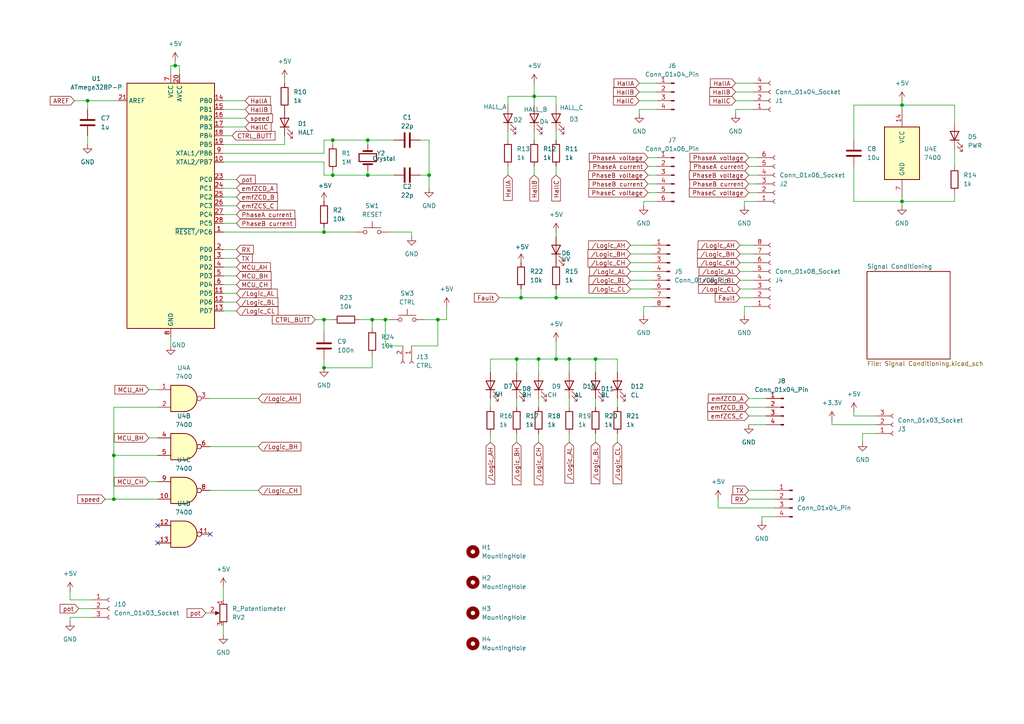
<source format=kicad_sch>
(kicad_sch (version 20250114) (generator "eeschema") (generator_version "9.0")
  (paper "A4")
  (junction (at 149.86 104.14))
  (junction (at 96.52 40.64))
  (junction (at 156.21 104.14))
  (junction (at 50.8 19.05))
  (junction (at 25.4 29.21))
  (junction (at 106.68 50.8))
  (junction (at 127 92.71))
  (junction (at 93.98 92.71))
  (junction (at 165.1 104.14))
  (junction (at 161.29 104.14))
  (junction (at 33.02 132.08))
  (junction (at 261.62 58.42))
  (junction (at 93.98 67.31))
  (junction (at 93.98 106.68))
  (junction (at 96.52 50.8))
  (junction (at 124.46 50.8))
  (junction (at 106.68 40.64))
  (junction (at 151.13 86.36))
  (junction (at 172.72 104.14))
  (junction (at 111.76 92.71))
  (junction (at 107.95 92.71))
  (junction (at 161.29 86.36))
  (junction (at 154.94 27.94))
  (junction (at 261.62 30.48))
  (junction (at 33.02 144.78))
  (no_connect (at 45.72 152.4))
  (no_connect (at 45.72 157.48))
  (no_connect (at 60.96 154.94))
  (wire (pts (xy 107.95 106.68) (xy 93.98 106.68)))
  (wire (pts (xy 172.72 104.14) (xy 172.72 107.95)))
  (wire (pts (xy 43.18 113.03) (xy 45.72 113.03)))
  (wire (pts (xy 64.77 67.31) (xy 93.98 67.31)))
  (wire (pts (xy 26.67 173.99) (xy 20.32 173.99)))
  (wire (pts (xy 208.28 147.32) (xy 224.79 147.32)))
  (wire (pts (xy 214.63 71.12) (xy 218.44 71.12)))
  (wire (pts (xy 33.02 144.78) (xy 45.72 144.78)))
  (wire (pts (xy 187.96 55.88) (xy 190.5 55.88)))
  (wire (pts (xy 149.86 118.11) (xy 149.86 115.57)))
  (wire (pts (xy 213.36 29.21) (xy 218.44 29.21)))
  (wire (pts (xy 165.1 104.14) (xy 172.72 104.14)))
  (wire (pts (xy 161.29 83.82) (xy 161.29 86.36)))
  (wire (pts (xy 161.29 40.64) (xy 161.29 38.1)))
  (wire (pts (xy 182.88 83.82) (xy 189.23 83.82)))
  (wire (pts (xy 217.17 120.65) (xy 222.25 120.65)))
  (wire (pts (xy 64.77 31.75) (xy 71.12 31.75)))
  (wire (pts (xy 93.98 92.71) (xy 93.98 96.52)))
  (wire (pts (xy 64.77 80.01) (xy 68.58 80.01)))
  (wire (pts (xy 25.4 39.37) (xy 25.4 41.91)))
  (wire (pts (xy 49.53 19.05) (xy 50.8 19.05)))
  (wire (pts (xy 276.86 30.48) (xy 276.86 35.56)))
  (wire (pts (xy 93.98 40.64) (xy 96.52 40.64)))
  (wire (pts (xy 165.1 125.73) (xy 165.1 128.27)))
  (wire (pts (xy 93.98 66.04) (xy 93.98 67.31)))
  (wire (pts (xy 49.53 21.59) (xy 49.53 19.05)))
  (wire (pts (xy 64.77 59.69) (xy 68.58 59.69)))
  (wire (pts (xy 261.62 58.42) (xy 261.62 59.69)))
  (wire (pts (xy 64.77 46.99) (xy 93.98 46.99)))
  (wire (pts (xy 124.46 40.64) (xy 124.46 50.8)))
  (wire (pts (xy 185.42 31.75) (xy 185.42 33.02)))
  (wire (pts (xy 60.96 142.24) (xy 74.93 142.24)))
  (wire (pts (xy 147.32 40.64) (xy 147.32 38.1)))
  (wire (pts (xy 190.5 24.13) (xy 185.42 24.13)))
  (wire (pts (xy 142.24 118.11) (xy 142.24 115.57)))
  (wire (pts (xy 213.36 26.67) (xy 218.44 26.67)))
  (wire (pts (xy 142.24 125.73) (xy 142.24 128.27)))
  (wire (pts (xy 96.52 92.71) (xy 93.98 92.71)))
  (wire (pts (xy 96.52 40.64) (xy 96.52 41.91)))
  (wire (pts (xy 190.5 58.42) (xy 186.69 58.42)))
  (wire (pts (xy 247.65 119.38) (xy 247.65 120.65)))
  (wire (pts (xy 172.72 104.14) (xy 179.07 104.14)))
  (wire (pts (xy 142.24 104.14) (xy 149.86 104.14)))
  (wire (pts (xy 147.32 30.48) (xy 147.32 27.94)))
  (wire (pts (xy 50.8 19.05) (xy 52.07 19.05)))
  (wire (pts (xy 187.96 50.8) (xy 190.5 50.8)))
  (wire (pts (xy 64.77 64.77) (xy 68.58 64.77)))
  (wire (pts (xy 149.86 104.14) (xy 156.21 104.14)))
  (wire (pts (xy 22.86 176.53) (xy 26.67 176.53)))
  (wire (pts (xy 111.76 100.33) (xy 111.76 92.71)))
  (wire (pts (xy 144.78 86.36) (xy 151.13 86.36)))
  (wire (pts (xy 43.18 139.7) (xy 45.72 139.7)))
  (wire (pts (xy 161.29 68.58) (xy 161.29 67.31)))
  (wire (pts (xy 217.17 55.88) (xy 219.71 55.88)))
  (wire (pts (xy 21.59 29.21) (xy 25.4 29.21)))
  (wire (pts (xy 50.8 17.78) (xy 50.8 19.05)))
  (wire (pts (xy 121.92 40.64) (xy 124.46 40.64)))
  (wire (pts (xy 213.36 24.13) (xy 218.44 24.13)))
  (wire (pts (xy 189.23 88.9) (xy 186.69 88.9)))
  (wire (pts (xy 64.77 74.93) (xy 68.58 74.93)))
  (wire (pts (xy 217.17 53.34) (xy 219.71 53.34)))
  (wire (pts (xy 64.77 29.21) (xy 71.12 29.21)))
  (wire (pts (xy 96.52 50.8) (xy 106.68 50.8)))
  (wire (pts (xy 214.63 76.2) (xy 218.44 76.2)))
  (wire (pts (xy 190.5 29.21) (xy 185.42 29.21)))
  (wire (pts (xy 165.1 118.11) (xy 165.1 115.57)))
  (wire (pts (xy 190.5 26.67) (xy 185.42 26.67)))
  (wire (pts (xy 124.46 50.8) (xy 124.46 54.61)))
  (wire (pts (xy 104.14 92.71) (xy 107.95 92.71)))
  (wire (pts (xy 161.29 104.14) (xy 165.1 104.14)))
  (wire (pts (xy 154.94 40.64) (xy 154.94 38.1)))
  (wire (pts (xy 161.29 99.06) (xy 161.29 104.14)))
  (wire (pts (xy 182.88 78.74) (xy 189.23 78.74)))
  (wire (pts (xy 261.62 57.15) (xy 261.62 58.42)))
  (wire (pts (xy 154.94 27.94) (xy 161.29 27.94)))
  (wire (pts (xy 276.86 55.88) (xy 276.86 58.42)))
  (wire (pts (xy 241.3 121.92) (xy 241.3 123.19)))
  (wire (pts (xy 156.21 104.14) (xy 156.21 107.95)))
  (wire (pts (xy 64.77 44.45) (xy 93.98 44.45)))
  (wire (pts (xy 151.13 83.82) (xy 151.13 86.36)))
  (wire (pts (xy 64.77 87.63) (xy 68.58 87.63)))
  (wire (pts (xy 93.98 50.8) (xy 93.98 46.99)))
  (wire (pts (xy 127 92.71) (xy 129.54 92.71)))
  (wire (pts (xy 182.88 76.2) (xy 189.23 76.2)))
  (wire (pts (xy 156.21 104.14) (xy 161.29 104.14)))
  (wire (pts (xy 219.71 58.42) (xy 215.9 58.42)))
  (wire (pts (xy 106.68 49.53) (xy 106.68 50.8)))
  (wire (pts (xy 220.98 151.13) (xy 220.98 149.86)))
  (wire (pts (xy 64.77 181.61) (xy 64.77 184.15)))
  (wire (pts (xy 142.24 107.95) (xy 142.24 104.14)))
  (wire (pts (xy 25.4 29.21) (xy 34.29 29.21)))
  (wire (pts (xy 220.98 149.86) (xy 224.79 149.86)))
  (wire (pts (xy 214.63 81.28) (xy 218.44 81.28)))
  (wire (pts (xy 215.9 58.42) (xy 215.9 59.69)))
  (wire (pts (xy 154.94 27.94) (xy 154.94 30.48)))
  (wire (pts (xy 82.55 22.86) (xy 82.55 24.13)))
  (wire (pts (xy 186.69 88.9) (xy 186.69 91.44)))
  (wire (pts (xy 113.03 67.31) (xy 119.38 67.31)))
  (wire (pts (xy 214.63 73.66) (xy 218.44 73.66)))
  (wire (pts (xy 154.94 24.13) (xy 154.94 27.94)))
  (wire (pts (xy 217.17 142.24) (xy 224.79 142.24)))
  (wire (pts (xy 179.07 118.11) (xy 179.07 115.57)))
  (wire (pts (xy 161.29 48.26) (xy 161.29 50.8)))
  (wire (pts (xy 217.17 50.8) (xy 219.71 50.8)))
  (wire (pts (xy 247.65 58.42) (xy 261.62 58.42)))
  (wire (pts (xy 64.77 36.83) (xy 71.12 36.83)))
  (wire (pts (xy 218.44 88.9) (xy 215.9 88.9)))
  (wire (pts (xy 147.32 27.94) (xy 154.94 27.94)))
  (wire (pts (xy 20.32 179.07) (xy 20.32 180.34)))
  (wire (pts (xy 20.32 179.07) (xy 26.67 179.07)))
  (wire (pts (xy 107.95 92.71) (xy 111.76 92.71)))
  (wire (pts (xy 147.32 48.26) (xy 147.32 50.8)))
  (wire (pts (xy 276.86 58.42) (xy 261.62 58.42)))
  (wire (pts (xy 247.65 40.64) (xy 247.65 30.48)))
  (wire (pts (xy 64.77 90.17) (xy 68.58 90.17)))
  (wire (pts (xy 64.77 41.91) (xy 82.55 41.91)))
  (wire (pts (xy 215.9 88.9) (xy 215.9 91.44)))
  (wire (pts (xy 182.88 71.12) (xy 189.23 71.12)))
  (wire (pts (xy 214.63 78.74) (xy 218.44 78.74)))
  (wire (pts (xy 214.63 86.36) (xy 218.44 86.36)))
  (wire (pts (xy 33.02 132.08) (xy 45.72 132.08)))
  (wire (pts (xy 182.88 73.66) (xy 189.23 73.66)))
  (wire (pts (xy 156.21 118.11) (xy 156.21 115.57)))
  (wire (pts (xy 254 125.73) (xy 250.19 125.73)))
  (wire (pts (xy 64.77 77.47) (xy 68.58 77.47)))
  (wire (pts (xy 107.95 95.25) (xy 107.95 92.71)))
  (wire (pts (xy 33.02 132.08) (xy 33.02 144.78)))
  (wire (pts (xy 261.62 31.75) (xy 261.62 30.48)))
  (wire (pts (xy 64.77 57.15) (xy 68.58 57.15)))
  (wire (pts (xy 187.96 53.34) (xy 190.5 53.34)))
  (wire (pts (xy 217.17 48.26) (xy 219.71 48.26)))
  (wire (pts (xy 64.77 72.39) (xy 68.58 72.39)))
  (wire (pts (xy 119.38 100.33) (xy 127 100.33)))
  (wire (pts (xy 149.86 125.73) (xy 149.86 128.27)))
  (wire (pts (xy 60.96 115.57) (xy 74.93 115.57)))
  (wire (pts (xy 218.44 31.75) (xy 213.36 31.75)))
  (wire (pts (xy 52.07 19.05) (xy 52.07 21.59)))
  (wire (pts (xy 124.46 50.8) (xy 121.92 50.8)))
  (wire (pts (xy 96.52 49.53) (xy 96.52 50.8)))
  (wire (pts (xy 182.88 81.28) (xy 189.23 81.28)))
  (wire (pts (xy 187.96 48.26) (xy 190.5 48.26)))
  (wire (pts (xy 25.4 29.21) (xy 25.4 31.75)))
  (wire (pts (xy 93.98 44.45) (xy 93.98 40.64)))
  (wire (pts (xy 64.77 85.09) (xy 68.58 85.09)))
  (wire (pts (xy 247.65 48.26) (xy 247.65 58.42)))
  (wire (pts (xy 106.68 40.64) (xy 114.3 40.64)))
  (wire (pts (xy 49.53 97.79) (xy 49.53 100.33)))
  (wire (pts (xy 33.02 118.11) (xy 33.02 132.08)))
  (wire (pts (xy 111.76 92.71) (xy 113.03 92.71)))
  (wire (pts (xy 64.77 170.18) (xy 64.77 173.99)))
  (wire (pts (xy 161.29 86.36) (xy 189.23 86.36)))
  (wire (pts (xy 186.69 58.42) (xy 186.69 59.69)))
  (wire (pts (xy 129.54 88.9) (xy 129.54 92.71)))
  (wire (pts (xy 172.72 125.73) (xy 172.72 128.27)))
  (wire (pts (xy 116.84 100.33) (xy 111.76 100.33)))
  (wire (pts (xy 33.02 118.11) (xy 45.72 118.11)))
  (wire (pts (xy 214.63 83.82) (xy 218.44 83.82)))
  (wire (pts (xy 93.98 104.14) (xy 93.98 106.68)))
  (wire (pts (xy 156.21 125.73) (xy 156.21 128.27)))
  (wire (pts (xy 149.86 104.14) (xy 149.86 107.95)))
  (wire (pts (xy 107.95 102.87) (xy 107.95 106.68)))
  (wire (pts (xy 213.36 31.75) (xy 213.36 33.02)))
  (wire (pts (xy 179.07 104.14) (xy 179.07 107.95)))
  (wire (pts (xy 261.62 30.48) (xy 261.62 29.21)))
  (wire (pts (xy 154.94 48.26) (xy 154.94 50.8)))
  (wire (pts (xy 82.55 41.91) (xy 82.55 39.37)))
  (wire (pts (xy 43.18 127) (xy 45.72 127)))
  (wire (pts (xy 172.72 118.11) (xy 172.72 115.57)))
  (wire (pts (xy 106.68 40.64) (xy 106.68 41.91)))
  (wire (pts (xy 64.77 52.07) (xy 68.58 52.07)))
  (wire (pts (xy 241.3 123.19) (xy 254 123.19)))
  (wire (pts (xy 217.17 144.78) (xy 224.79 144.78)))
  (wire (pts (xy 20.32 173.99) (xy 20.32 171.45)))
  (wire (pts (xy 59.69 177.8) (xy 60.96 177.8)))
  (wire (pts (xy 165.1 107.95) (xy 165.1 104.14)))
  (wire (pts (xy 119.38 67.31) (xy 119.38 68.58)))
  (wire (pts (xy 187.96 45.72) (xy 190.5 45.72)))
  (wire (pts (xy 247.65 120.65) (xy 254 120.65)))
  (wire (pts (xy 151.13 86.36) (xy 161.29 86.36)))
  (wire (pts (xy 250.19 125.73) (xy 250.19 128.27)))
  (wire (pts (xy 190.5 31.75) (xy 185.42 31.75)))
  (wire (pts (xy 247.65 30.48) (xy 261.62 30.48)))
  (wire (pts (xy 208.28 144.78) (xy 208.28 147.32)))
  (wire (pts (xy 91.44 92.71) (xy 93.98 92.71)))
  (wire (pts (xy 106.68 50.8) (xy 114.3 50.8)))
  (wire (pts (xy 64.77 62.23) (xy 68.58 62.23)))
  (wire (pts (xy 30.48 144.78) (xy 33.02 144.78)))
  (wire (pts (xy 127 100.33) (xy 127 92.71)))
  (wire (pts (xy 217.17 123.19) (xy 222.25 123.19)))
  (wire (pts (xy 64.77 82.55) (xy 68.58 82.55)))
  (wire (pts (xy 217.17 118.11) (xy 222.25 118.11)))
  (wire (pts (xy 123.19 92.71) (xy 127 92.71)))
  (wire (pts (xy 161.29 27.94) (xy 161.29 30.48)))
  (wire (pts (xy 276.86 43.18) (xy 276.86 48.26)))
  (wire (pts (xy 64.77 39.37) (xy 67.31 39.37)))
  (wire (pts (xy 179.07 125.73) (xy 179.07 128.27)))
  (wire (pts (xy 60.96 129.54) (xy 74.93 129.54)))
  (wire (pts (xy 64.77 34.29) (xy 71.12 34.29)))
  (wire (pts (xy 261.62 30.48) (xy 276.86 30.48)))
  (wire (pts (xy 96.52 40.64) (xy 106.68 40.64)))
  (wire (pts (xy 217.17 45.72) (xy 219.71 45.72)))
  (wire (pts (xy 93.98 67.31) (xy 102.87 67.31)))
  (wire (pts (xy 64.77 54.61) (xy 68.58 54.61)))
  (wire (pts (xy 93.98 50.8) (xy 96.52 50.8)))
  (wire (pts (xy 217.17 115.57) (xy 222.25 115.57)))
  (global_label "PhaseA current" (shape input) (at 68.58 62.23 0) (property "Intersheetrefs" "${INTERSHEET_REFS}" (effects (hide yes))))
  (global_label "speed" (shape input) (at 30.48 144.78 180) (property "Intersheetrefs" "${INTERSHEET_REFS}" (effects (hide yes))))
  (global_label "Fault" (shape input) (at 144.78 86.36 180) (property "Intersheetrefs" "${INTERSHEET_REFS}" (effects (hide yes))))
  (global_label "{slash}Logic_CL" (shape input) (at 179.07 128.27 270) (property "Intersheetrefs" "${INTERSHEET_REFS}" (effects (hide yes))))
  (global_label "HallC" (shape input) (at 71.12 36.83 0) (property "Intersheetrefs" "${INTERSHEET_REFS}" (effects (hide yes))))
  (global_label "emfZCD_B" (shape input) (at 68.58 57.15 0) (property "Intersheetrefs" "${INTERSHEET_REFS}" (effects (hide yes))))
  (global_label "PhaseA voltage" (shape input) (at 187.96 45.72 180) (property "Intersheetrefs" "${INTERSHEET_REFS}" (effects (hide yes))))
  (global_label "PhaseB current" (shape input) (at 68.58 64.77 0) (property "Intersheetrefs" "${INTERSHEET_REFS}" (effects (hide yes))))
  (global_label "PhaseC voltage" (shape input) (at 187.96 55.88 180) (property "Intersheetrefs" "${INTERSHEET_REFS}" (effects (hide yes))))
  (global_label "{slash}Logic_CH" (shape input) (at 156.21 128.27 270) (property "Intersheetrefs" "${INTERSHEET_REFS}" (effects (hide yes))))
  (global_label "MCU_BH" (shape input) (at 43.18 127 180) (property "Intersheetrefs" "${INTERSHEET_REFS}" (effects (hide yes))))
  (global_label "HallA" (shape input) (at 71.12 29.21 0) (property "Intersheetrefs" "${INTERSHEET_REFS}" (effects (hide yes))))
  (global_label "HallA" (shape input) (at 185.42 24.13 180) (property "Intersheetrefs" "${INTERSHEET_REFS}" (effects (hide yes))))
  (global_label "{slash}Logic_AL" (shape input) (at 182.88 78.74 180) (property "Intersheetrefs" "${INTERSHEET_REFS}" (effects (hide yes))))
  (global_label "{slash}Logic_BH" (shape input) (at 214.63 73.66 180) (property "Intersheetrefs" "${INTERSHEET_REFS}" (effects (hide yes))))
  (global_label "CTRL_BUTT" (shape input) (at 67.31 39.37 0) (property "Intersheetrefs" "${INTERSHEET_REFS}" (effects (hide yes))))
  (global_label "{slash}Logic_CH" (shape input) (at 214.63 76.2 180) (property "Intersheetrefs" "${INTERSHEET_REFS}" (effects (hide yes))))
  (global_label "{slash}Logic_AL" (shape input) (at 165.1 128.27 270) (property "Intersheetrefs" "${INTERSHEET_REFS}" (effects (hide yes))))
  (global_label "{slash}Logic_CL" (shape input) (at 68.58 90.17 0) (property "Intersheetrefs" "${INTERSHEET_REFS}" (effects (hide yes))))
  (global_label "HallB" (shape input) (at 154.94 50.8 270) (property "Intersheetrefs" "${INTERSHEET_REFS}" (effects (hide yes))))
  (global_label "{slash}Logic_CH" (shape input) (at 74.93 142.24 0) (property "Intersheetrefs" "${INTERSHEET_REFS}" (effects (hide yes))))
  (global_label "{slash}Logic_BL" (shape input) (at 214.63 81.28 180) (property "Intersheetrefs" "${INTERSHEET_REFS}" (effects (hide yes))))
  (global_label "{slash}Logic_CH" (shape input) (at 182.88 76.2 180) (property "Intersheetrefs" "${INTERSHEET_REFS}" (effects (hide yes))))
  (global_label "{slash}Logic_AH" (shape input) (at 74.93 115.57 0) (property "Intersheetrefs" "${INTERSHEET_REFS}" (effects (hide yes))))
  (global_label "pot" (shape input) (at 68.58 52.07 0) (property "Intersheetrefs" "${INTERSHEET_REFS}" (effects (hide yes))))
  (global_label "PhaseA voltage" (shape input) (at 217.17 45.72 180) (property "Intersheetrefs" "${INTERSHEET_REFS}" (effects (hide yes))))
  (global_label "{slash}Logic_AL" (shape input) (at 214.63 78.74 180) (property "Intersheetrefs" "${INTERSHEET_REFS}" (effects (hide yes))))
  (global_label "PhaseB voltage" (shape input) (at 187.96 50.8 180) (property "Intersheetrefs" "${INTERSHEET_REFS}" (effects (hide yes))))
  (global_label "PhaseB current" (shape input) (at 187.96 53.34 180) (property "Intersheetrefs" "${INTERSHEET_REFS}" (effects (hide yes))))
  (global_label "emfZCS_C" (shape input) (at 68.58 59.69 0) (property "Intersheetrefs" "${INTERSHEET_REFS}" (effects (hide yes))))
  (global_label "TX" (shape input) (at 68.58 74.93 0) (property "Intersheetrefs" "${INTERSHEET_REFS}" (effects (hide yes))))
  (global_label "MCU_AH" (shape input) (at 43.18 113.03 180) (property "Intersheetrefs" "${INTERSHEET_REFS}" (effects (hide yes))))
  (global_label "AREF" (shape input) (at 21.59 29.21 180) (property "Intersheetrefs" "${INTERSHEET_REFS}" (effects (hide yes))))
  (global_label "{slash}Logic_AH" (shape input) (at 214.63 71.12 180) (property "Intersheetrefs" "${INTERSHEET_REFS}" (effects (hide yes))))
  (global_label "PhaseA current" (shape input) (at 217.17 48.26 180) (property "Intersheetrefs" "${INTERSHEET_REFS}" (effects (hide yes))))
  (global_label "PhaseB current" (shape input) (at 217.17 53.34 180) (property "Intersheetrefs" "${INTERSHEET_REFS}" (effects (hide yes))))
  (global_label "Fault" (shape input) (at 214.63 86.36 180) (property "Intersheetrefs" "${INTERSHEET_REFS}" (effects (hide yes))))
  (global_label "MCU_CH" (shape input) (at 43.18 139.7 180) (property "Intersheetrefs" "${INTERSHEET_REFS}" (effects (hide yes))))
  (global_label "speed" (shape input) (at 71.12 34.29 0) (property "Intersheetrefs" "${INTERSHEET_REFS}" (effects (hide yes))))
  (global_label "HallB" (shape input) (at 213.36 26.67 180) (property "Intersheetrefs" "${INTERSHEET_REFS}" (effects (hide yes))))
  (global_label "HallC" (shape input) (at 213.36 29.21 180) (property "Intersheetrefs" "${INTERSHEET_REFS}" (effects (hide yes))))
  (global_label "emfZCD_A" (shape input) (at 217.17 115.57 180) (property "Intersheetrefs" "${INTERSHEET_REFS}" (effects (hide yes))))
  (global_label "HallA" (shape input) (at 213.36 24.13 180) (property "Intersheetrefs" "${INTERSHEET_REFS}" (effects (hide yes))))
  (global_label "RX" (shape input) (at 68.58 72.39 0) (property "Intersheetrefs" "${INTERSHEET_REFS}" (effects (hide yes))))
  (global_label "{slash}Logic_BL" (shape input) (at 172.72 128.27 270) (property "Intersheetrefs" "${INTERSHEET_REFS}" (effects (hide yes))))
  (global_label "{slash}Logic_BL" (shape input) (at 182.88 81.28 180) (property "Intersheetrefs" "${INTERSHEET_REFS}" (effects (hide yes))))
  (global_label "{slash}Logic_BL" (shape input) (at 68.58 87.63 0) (property "Intersheetrefs" "${INTERSHEET_REFS}" (effects (hide yes))))
  (global_label "HallB" (shape input) (at 71.12 31.75 0) (property "Intersheetrefs" "${INTERSHEET_REFS}" (effects (hide yes))))
  (global_label "{slash}Logic_CL" (shape input) (at 182.88 83.82 180) (property "Intersheetrefs" "${INTERSHEET_REFS}" (effects (hide yes))))
  (global_label "RX" (shape input) (at 217.17 144.78 180) (property "Intersheetrefs" "${INTERSHEET_REFS}" (effects (hide yes))))
  (global_label "emfZCS_C" (shape input) (at 217.17 120.65 180) (property "Intersheetrefs" "${INTERSHEET_REFS}" (effects (hide yes))))
  (global_label "MCU_AH" (shape input) (at 68.58 77.47 0) (property "Intersheetrefs" "${INTERSHEET_REFS}" (effects (hide yes))))
  (global_label "emfZCD_A" (shape input) (at 68.58 54.61 0) (property "Intersheetrefs" "${INTERSHEET_REFS}" (effects (hide yes))))
  (global_label "HallC" (shape input) (at 161.29 50.8 270) (property "Intersheetrefs" "${INTERSHEET_REFS}" (effects (hide yes))))
  (global_label "{slash}Logic_BH" (shape input) (at 74.93 129.54 0) (property "Intersheetrefs" "${INTERSHEET_REFS}" (effects (hide yes))))
  (global_label "{slash}Logic_AH" (shape input) (at 182.88 71.12 180) (property "Intersheetrefs" "${INTERSHEET_REFS}" (effects (hide yes))))
  (global_label "{slash}Logic_AH" (shape input) (at 142.24 128.27 270) (property "Intersheetrefs" "${INTERSHEET_REFS}" (effects (hide yes))))
  (global_label "HallC" (shape input) (at 185.42 29.21 180) (property "Intersheetrefs" "${INTERSHEET_REFS}" (effects (hide yes))))
  (global_label "{slash}Logic_AL" (shape input) (at 68.58 85.09 0) (property "Intersheetrefs" "${INTERSHEET_REFS}" (effects (hide yes))))
  (global_label "PhaseA current" (shape input) (at 187.96 48.26 180) (property "Intersheetrefs" "${INTERSHEET_REFS}" (effects (hide yes))))
  (global_label "TX" (shape input) (at 217.17 142.24 180) (property "Intersheetrefs" "${INTERSHEET_REFS}" (effects (hide yes))))
  (global_label "emfZCD_B" (shape input) (at 217.17 118.11 180) (property "Intersheetrefs" "${INTERSHEET_REFS}" (effects (hide yes))))
  (global_label "{slash}Logic_CL" (shape input) (at 214.63 83.82 180) (property "Intersheetrefs" "${INTERSHEET_REFS}" (effects (hide yes))))
  (global_label "{slash}Logic_BH" (shape input) (at 182.88 73.66 180) (property "Intersheetrefs" "${INTERSHEET_REFS}" (effects (hide yes))))
  (global_label "CTRL_BUTT" (shape input) (at 91.44 92.71 180) (property "Intersheetrefs" "${INTERSHEET_REFS}" (effects (hide yes))))
  (global_label "MCU_BH" (shape input) (at 68.58 80.01 0) (property "Intersheetrefs" "${INTERSHEET_REFS}" (effects (hide yes))))
  (global_label "HallB" (shape input) (at 185.42 26.67 180) (property "Intersheetrefs" "${INTERSHEET_REFS}" (effects (hide yes))))
  (global_label "pot" (shape input) (at 22.86 176.53 180) (property "Intersheetrefs" "${INTERSHEET_REFS}" (effects (hide yes))))
  (global_label "{slash}Logic_BH" (shape input) (at 149.86 128.27 270) (property "Intersheetrefs" "${INTERSHEET_REFS}" (effects (hide yes))))
  (global_label "PhaseC voltage" (shape input) (at 217.17 55.88 180) (property "Intersheetrefs" "${INTERSHEET_REFS}" (effects (hide yes))))
  (global_label "PhaseB voltage" (shape input) (at 217.17 50.8 180) (property "Intersheetrefs" "${INTERSHEET_REFS}" (effects (hide yes))))
  (global_label "HallA" (shape input) (at 147.32 50.8 270) (property "Intersheetrefs" "${INTERSHEET_REFS}" (effects (hide yes))))
  (global_label "pot" (shape input) (at 59.69 177.8 180) (property "Intersheetrefs" "${INTERSHEET_REFS}" (effects (hide yes))))
  (global_label "MCU_CH" (shape input) (at 68.58 82.55 0) (property "Intersheetrefs" "${INTERSHEET_REFS}" (effects (hide yes))))
  (symbol (lib_id "Device:R") (at 151.13 80.01 0) (unit 1)
    (property "Reference" "R22" (at 153.67 78.7399 0) (effects (justify left)))
    (property "Value" "10k" (at 153.67 81.2799 0) (effects (justify left)))
    (property "Footprint" "Resistor_SMD:R_1206_3216Metric_Pad1.30x1.75mm_HandSolder" (effects (hide yes)))
    (property "Description" "Resistor" (effects (hide yes)))
  )
  (symbol (lib_id "Device:R") (at 93.98 62.23 0) (unit 1)
    (property "Reference" "R2" (at 96.52 60.9599 0) (effects (justify left)))
    (property "Value" "10k" (at 96.52 63.4999 0) (effects (justify left)))
    (property "Footprint" "Resistor_SMD:R_1206_3216Metric_Pad1.30x1.75mm_HandSolder" (effects (hide yes)))
    (property "Description" "Resistor" (effects (hide yes)))
  )
  (symbol (lib_id "Device:C") (at 25.4 35.56 0) (unit 1)
    (property "Reference" "C7" (at 29.21 34.2899 0) (effects (justify left)))
    (property "Value" "1u" (at 29.21 36.8299 0) (effects (justify left)))
    (property "Footprint" "Capacitor_SMD:C_0805_2012Metric_Pad1.18x1.45mm_HandSolder" (effects (hide yes)))
    (property "Description" "Unpolarized capacitor" (effects (hide yes)))
  )
  (symbol (lib_id "power:GND") (at 217.17 123.19 0) (mirror y) (unit 1)
    (property "Reference" "#PWR029" (effects (hide yes)))
    (property "Value" "GND" (at 217.17 128.27 0))
    (property "Description" "Power symbol creates a global label with name \"GND\" , ground" (effects (hide yes)))
  )
  (symbol (lib_id "power:+5V") (at 82.55 22.86 0) (unit 1)
    (property "Reference" "#PWR030" (effects (hide yes)))
    (property "Value" "+5V" (at 82.55 17.78 0))
    (property "Description" "Power symbol creates a global label with name \"+5V\"" (effects (hide yes)))
  )
  (symbol (lib_id "Device:R") (at 179.07 121.92 0) (unit 1)
    (property "Reference" "R21" (at 181.61 120.6499 0) (effects (justify left)))
    (property "Value" "1k" (at 181.61 123.1899 0) (effects (justify left)))
    (property "Footprint" "Resistor_SMD:R_0805_2012Metric_Pad1.20x1.40mm_HandSolder" (effects (hide yes)))
    (property "Description" "Resistor" (effects (hide yes)))
  )
  (symbol (lib_id "Connector:Conn_01x03_Socket") (at 259.08 123.19 0) (mirror x) (unit 1)
    (property "Reference" "J3" (at 260.35 124.4601 0) (effects (justify left)))
    (property "Value" "Conn_01x03_Socket" (at 260.35 121.9201 0) (effects (justify left)))
    (property "Footprint" "Connector_JST:JST_EH_B3B-EH-A_1x03_P2.50mm_Vertical" (effects (hide yes)))
    (property "Description" "Generic connector, single row, 01x03, script generated" (effects (hide yes)))
  )
  (symbol (lib_id "Device:LED") (at 149.86 111.76 90) (unit 1)
    (property "Reference" "D8" (at 151.384 112.776 90) (effects (justify right)))
    (property "Value" "BH" (at 151.384 114.554 90) (effects (justify right)))
    (property "Footprint" "LED_THT:LED_D3.0mm" (effects (hide yes)))
    (property "Description" "Light emitting diode" (effects (hide yes)))
    (property "Sim.Pins" "1=K 2=A" (effects (hide yes)))
  )
  (symbol (lib_id "power:+5V") (at 50.8 17.78 0) (unit 1)
    (property "Reference" "#PWR09" (effects (hide yes)))
    (property "Value" "+5V" (at 50.8 12.7 0))
    (property "Description" "Power symbol creates a global label with name \"+5V\"" (effects (hide yes)))
  )
  (symbol (lib_id "Connector:Conn_01x06_Pin") (at 195.58 50.8 0) (mirror y) (unit 1)
    (property "Reference" "J7" (at 194.945 40.64 0))
    (property "Value" "Conn_01x06_Pin" (at 194.945 43.18 0))
    (property "Footprint" "Connector_PinHeader_2.54mm:PinHeader_1x06_P2.54mm_Vertical" (effects (hide yes)))
    (property "Description" "Generic connector, single row, 01x06, script generated" (effects (hide yes)))
  )
  (symbol (lib_id "power:GND") (at 20.32 180.34 0) (unit 1)
    (property "Reference" "#PWR017" (effects (hide yes)))
    (property "Value" "GND" (at 20.32 185.42 0))
    (property "Description" "Power symbol creates a global label with name \"GND\" , ground" (effects (hide yes)))
  )
  (symbol (lib_id "Mechanical:MountingHole") (at 137.16 168.91 0) (unit 1) (exclude_from_sim yes) (in_bom no)
    (property "Reference" "H2" (at 139.7 167.6399 0) (effects (justify left)))
    (property "Value" "MountingHole" (at 139.7 170.1799 0) (effects (justify left)))
    (property "Footprint" "MountingHole:MountingHole_3.2mm_M3" (effects (hide yes)))
    (property "Description" "Mounting Hole without connection" (effects (hide yes)))
  )
  (symbol (lib_id "Connector:Conn_01x04_Pin") (at 195.58 26.67 0) (mirror y) (unit 1)
    (property "Reference" "J6" (at 194.945 19.05 0))
    (property "Value" "Conn_01x04_Pin" (at 194.945 21.59 0))
    (property "Footprint" "Connector_PinHeader_2.54mm:PinHeader_1x04_P2.54mm_Vertical" (effects (hide yes)))
    (property "Description" "Generic connector, single row, 01x04, script generated" (effects (hide yes)))
  )
  (symbol (lib_id "power:GND") (at 25.4 41.91 0) (unit 1)
    (property "Reference" "#PWR014" (effects (hide yes)))
    (property "Value" "GND" (at 25.4 46.99 0))
    (property "Description" "Power symbol creates a global label with name \"GND\" , ground" (effects (hide yes)))
  )
  (symbol (lib_id "Device:R") (at 82.55 27.94 0) (unit 1)
    (property "Reference" "R10" (at 85.09 26.6699 0) (effects (justify left)))
    (property "Value" "1k" (at 85.09 29.2099 0) (effects (justify left)))
    (property "Footprint" "Resistor_SMD:R_0805_2012Metric_Pad1.20x1.40mm_HandSolder" (effects (hide yes)))
    (property "Description" "Resistor" (effects (hide yes)))
  )
  (symbol (lib_id "Device:C") (at 118.11 50.8 90) (unit 1)
    (property "Reference" "C2" (at 118.11 54.102 90))
    (property "Value" "22p" (at 118.11 56.642 90))
    (property "Footprint" "Capacitor_SMD:C_0805_2012Metric_Pad1.18x1.45mm_HandSolder" (effects (hide yes)))
    (property "Description" "Unpolarized capacitor" (effects (hide yes)))
  )
  (symbol (lib_id "74xx:7400") (at 53.34 154.94 0) (unit 4)
    (property "Reference" "U4" (at 53.3317 146.05 0))
    (property "Value" "7400" (at 53.3317 148.59 0))
    (property "Footprint" "Package_SO:SOIC-14_3.9x8.7mm_P1.27mm" (effects (hide yes)))
    (property "Datasheet" "http://www.ti.com/lit/gpn/sn7400" (effects (hide yes)))
    (property "Description" "quad 2-input NAND gate" (effects (hide yes)))
  )
  (symbol (lib_id "Connector:Conn_01x08_Socket") (at 223.52 81.28 0) (mirror x) (unit 1)
    (property "Reference" "J4" (at 224.79 81.2801 0) (effects (justify left)))
    (property "Value" "Conn_01x08_Socket" (at 224.79 78.7401 0) (effects (justify left)))
    (property "Footprint" "Connector_JST:JST_EH_B8B-EH-A_1x08_P2.50mm_Vertical" (effects (hide yes)))
    (property "Description" "Generic connector, single row, 01x08, script generated" (effects (hide yes)))
  )
  (symbol (lib_id "Connector:Conn_01x06_Socket") (at 224.79 53.34 0) (mirror x) (unit 1)
    (property "Reference" "J2" (at 226.06 53.3401 0) (effects (justify left)))
    (property "Value" "Conn_01x06_Socket" (at 226.06 50.8001 0) (effects (justify left)))
    (property "Footprint" "Connector_JST:JST_EH_B6B-EH-A_1x06_P2.50mm_Vertical" (effects (hide yes)))
    (property "Description" "Generic connector, single row, 01x06, script generated" (effects (hide yes)))
  )
  (symbol (lib_id "Device:LED") (at 154.94 34.29 90) (unit 1)
    (property "Reference" "D4" (at 156.464 35.306 90) (effects (justify right)))
    (property "Value" "HALL_B" (at 151.892 31.75 90) (effects (justify right)))
    (property "Footprint" "LED_THT:LED_D3.0mm" (effects (hide yes)))
    (property "Description" "Light emitting diode" (effects (hide yes)))
    (property "Sim.Pins" "1=K 2=A" (effects (hide yes)))
  )
  (symbol (lib_id "Switch:SW_Push") (at 118.11 92.71 0) (unit 1)
    (property "Reference" "SW3" (at 118.11 85.09 0))
    (property "Value" "CTRL" (at 118.11 87.63 0))
    (property "Footprint" "libMain:SW_BUTT-2" (effects (hide yes)))
    (property "Description" "Push button switch, generic, two pins" (effects (hide yes)))
  )
  (symbol (lib_id "Device:C") (at 93.98 100.33 0) (unit 1)
    (property "Reference" "C9" (at 97.79 99.0599 0) (effects (justify left)))
    (property "Value" "100n" (at 97.79 101.5999 0) (effects (justify left)))
    (property "Footprint" "Capacitor_SMD:C_0805_2012Metric_Pad1.18x1.45mm_HandSolder" (effects (hide yes)))
    (property "Description" "Unpolarized capacitor" (effects (hide yes)))
  )
  (symbol (lib_id "Device:R") (at 156.21 121.92 0) (unit 1)
    (property "Reference" "R18" (at 158.75 120.6499 0) (effects (justify left)))
    (property "Value" "1k" (at 158.75 123.1899 0) (effects (justify left)))
    (property "Footprint" "Resistor_SMD:R_0805_2012Metric_Pad1.20x1.40mm_HandSolder" (effects (hide yes)))
    (property "Description" "Resistor" (effects (hide yes)))
  )
  (symbol (lib_id "74xx:7400") (at 53.34 115.57 0) (unit 1)
    (property "Reference" "U4" (at 53.3317 106.68 0))
    (property "Value" "7400" (at 53.3317 109.22 0))
    (property "Footprint" "Package_SO:SOIC-14_3.9x8.7mm_P1.27mm" (effects (hide yes)))
    (property "Datasheet" "http://www.ti.com/lit/gpn/sn7400" (effects (hide yes)))
    (property "Description" "quad 2-input NAND gate" (effects (hide yes)))
  )
  (symbol (lib_id "power:GND") (at 119.38 68.58 0) (unit 1)
    (property "Reference" "#PWR07" (effects (hide yes)))
    (property "Value" "GND" (at 119.38 73.66 0))
    (property "Description" "Power symbol creates a global label with name \"GND\" , ground" (effects (hide yes)))
  )
  (symbol (lib_id "Device:LED") (at 161.29 34.29 90) (unit 1)
    (property "Reference" "D3" (at 165.1 34.6074 90) (effects (justify right)))
    (property "Value" "HALL_C" (at 162.306 31.242 90) (effects (justify right)))
    (property "Footprint" "LED_THT:LED_D3.0mm" (effects (hide yes)))
    (property "Description" "Light emitting diode" (effects (hide yes)))
    (property "Sim.Pins" "1=K 2=A" (effects (hide yes)))
  )
  (symbol (lib_id "Device:R") (at 149.86 121.92 0) (unit 1)
    (property "Reference" "R17" (at 152.4 120.6499 0) (effects (justify left)))
    (property "Value" "1k" (at 152.4 123.1899 0) (effects (justify left)))
    (property "Footprint" "Resistor_SMD:R_0805_2012Metric_Pad1.20x1.40mm_HandSolder" (effects (hide yes)))
    (property "Description" "Resistor" (effects (hide yes)))
  )
  (symbol (lib_id "Device:C") (at 247.65 44.45 0) (unit 1)
    (property "Reference" "C8" (at 251.46 43.1799 0) (effects (justify left)))
    (property "Value" "10u" (at 251.46 45.7199 0) (effects (justify left)))
    (property "Footprint" "Capacitor_SMD:C_0805_2012Metric_Pad1.18x1.45mm_HandSolder" (effects (hide yes)))
    (property "Description" "Unpolarized capacitor" (effects (hide yes)))
  )
  (symbol (lib_id "power:GND") (at 93.98 106.68 0) (unit 1)
    (property "Reference" "#PWR037" (effects (hide yes)))
    (property "Value" "GND" (at 93.98 111.76 0))
    (property "Description" "Power symbol creates a global label with name \"GND\" , ground" (effects (hide yes)))
  )
  (symbol (lib_id "Device:R") (at 96.52 45.72 0) (unit 1)
    (property "Reference" "R1" (at 99.06 44.4499 0) (effects (justify left)))
    (property "Value" "1M" (at 99.06 46.9899 0) (effects (justify left)))
    (property "Footprint" "Resistor_SMD:R_1206_3216Metric_Pad1.30x1.75mm_HandSolder" (effects (hide yes)))
    (property "Description" "Resistor" (effects (hide yes)))
  )
  (symbol (lib_id "power:GND") (at 124.46 54.61 0) (unit 1)
    (property "Reference" "#PWR06" (effects (hide yes)))
    (property "Value" "GND" (at 124.46 59.69 0))
    (property "Description" "Power symbol creates a global label with name \"GND\" , ground" (effects (hide yes)))
  )
  (symbol (lib_id "power:+5V") (at 151.13 76.2 0) (unit 1)
    (property "Reference" "#PWR036" (effects (hide yes)))
    (property "Value" "+5V" (at 151.384 71.628 0))
    (property "Description" "Power symbol creates a global label with name \"+5V\"" (effects (hide yes)))
  )
  (symbol (lib_id "Device:R") (at 276.86 52.07 0) (unit 1)
    (property "Reference" "R14" (at 279.4 50.7999 0) (effects (justify left)))
    (property "Value" "1k" (at 279.4 53.3399 0) (effects (justify left)))
    (property "Footprint" "Resistor_SMD:R_0805_2012Metric_Pad1.20x1.40mm_HandSolder" (effects (hide yes)))
    (property "Description" "Resistor" (effects (hide yes)))
  )
  (symbol (lib_id "Device:LED") (at 82.55 35.56 90) (unit 1)
    (property "Reference" "D1" (at 86.36 35.8774 90) (effects (justify right)))
    (property "Value" "HALT" (at 86.36 38.4174 90) (effects (justify right)))
    (property "Footprint" "LED_THT:LED_D3.0mm" (effects (hide yes)))
    (property "Description" "Light emitting diode" (effects (hide yes)))
    (property "Sim.Pins" "1=K 2=A" (effects (hide yes)))
  )
  (symbol (lib_id "power:+5V") (at 261.62 29.21 0) (unit 1)
    (property "Reference" "#PWR025" (effects (hide yes)))
    (property "Value" "+5V" (at 261.62 24.13 0))
    (property "Description" "Power symbol creates a global label with name \"+5V\"" (effects (hide yes)))
  )
  (symbol (lib_id "power:+5V") (at 129.54 88.9 0) (unit 1)
    (property "Reference" "#PWR038" (effects (hide yes)))
    (property "Value" "+5V" (at 129.54 83.82 0))
    (property "Description" "Power symbol creates a global label with name \"+5V\"" (effects (hide yes)))
  )
  (symbol (lib_id "Device:LED") (at 156.21 111.76 90) (unit 1)
    (property "Reference" "D9" (at 160.02 112.0774 90) (effects (justify right)))
    (property "Value" "CH" (at 158.75 114.554 90) (effects (justify right)))
    (property "Footprint" "LED_THT:LED_D3.0mm" (effects (hide yes)))
    (property "Description" "Light emitting diode" (effects (hide yes)))
    (property "Sim.Pins" "1=K 2=A" (effects (hide yes)))
  )
  (symbol (lib_id "power:GND") (at 185.42 33.02 0) (unit 1)
    (property "Reference" "#PWR026" (effects (hide yes)))
    (property "Value" "GND" (at 185.42 38.1 0))
    (property "Description" "Power symbol creates a global label with name \"GND\" , ground" (effects (hide yes)))
  )
  (symbol (lib_id "Device:LED") (at 179.07 111.76 90) (unit 1)
    (property "Reference" "D12" (at 182.88 112.0774 90) (effects (justify right)))
    (property "Value" "CL" (at 182.88 114.6174 90) (effects (justify right)))
    (property "Footprint" "LED_THT:LED_D3.0mm" (effects (hide yes)))
    (property "Description" "Light emitting diode" (effects (hide yes)))
    (property "Sim.Pins" "1=K 2=A" (effects (hide yes)))
  )
  (symbol (lib_id "power:GND") (at 215.9 59.69 0) (unit 1)
    (property "Reference" "#PWR011" (effects (hide yes)))
    (property "Value" "GND" (at 215.9 64.77 0))
    (property "Description" "Power symbol creates a global label with name \"GND\" , ground" (effects (hide yes)))
  )
  (symbol (lib_id "power:+5V") (at 208.28 144.78 0) (unit 1)
    (property "Reference" "#PWR031" (effects (hide yes)))
    (property "Value" "+5V" (at 208.28 139.7 0))
    (property "Description" "Power symbol creates a global label with name \"+5V\"" (effects (hide yes)))
  )
  (symbol (lib_id "74xx:7400") (at 53.34 142.24 0) (unit 3)
    (property "Reference" "U4" (at 53.3317 133.35 0))
    (property "Value" "7400" (at 53.3317 135.89 0))
    (property "Footprint" "Package_SO:SOIC-14_3.9x8.7mm_P1.27mm" (effects (hide yes)))
    (property "Datasheet" "http://www.ti.com/lit/gpn/sn7400" (effects (hide yes)))
    (property "Description" "quad 2-input NAND gate" (effects (hide yes)))
  )
  (symbol (lib_id "power:GND") (at 213.36 33.02 0) (unit 1)
    (property "Reference" "#PWR010" (effects (hide yes)))
    (property "Value" "GND" (at 213.36 38.1 0))
    (property "Description" "Power symbol creates a global label with name \"GND\" , ground" (effects (hide yes)))
  )
  (symbol (lib_id "Connector:Conn_01x02_Socket") (at 119.38 105.41 270) (unit 1)
    (property "Reference" "J13" (at 120.65 103.5049 90) (effects (justify left)))
    (property "Value" "CTRL" (at 120.65 106.0449 90) (effects (justify left)))
    (property "Footprint" "Connector_JST:JST_EH_B2B-EH-A_1x02_P2.50mm_Vertical" (effects (hide yes)))
    (property "Description" "Generic connector, single row, 01x02, script generated" (effects (hide yes)))
  )
  (symbol (lib_id "power:GND") (at 49.53 100.33 0) (unit 1)
    (property "Reference" "#PWR01" (effects (hide yes)))
    (property "Value" "GND" (at 51.816 100.076 0))
    (property "Description" "Power symbol creates a global label with name \"GND\" , ground" (effects (hide yes)))
  )
  (symbol (lib_id "Device:R") (at 154.94 44.45 0) (unit 1)
    (property "Reference" "R12" (at 157.48 43.1799 0) (effects (justify left)))
    (property "Value" "1k" (at 157.48 45.7199 0) (effects (justify left)))
    (property "Footprint" "Resistor_SMD:R_0805_2012Metric_Pad1.20x1.40mm_HandSolder" (effects (hide yes)))
    (property "Description" "Resistor" (effects (hide yes)))
  )
  (symbol (lib_id "power:+5V") (at 93.98 58.42 0) (unit 1)
    (property "Reference" "#PWR08" (effects (hide yes)))
    (property "Value" "+5V" (at 94.234 53.848 0))
    (property "Description" "Power symbol creates a global label with name \"+5V\"" (effects (hide yes)))
  )
  (symbol (lib_id "Device:LED") (at 172.72 111.76 90) (unit 1)
    (property "Reference" "D11" (at 174.244 112.776 90) (effects (justify right)))
    (property "Value" "BL" (at 174.244 114.554 90) (effects (justify right)))
    (property "Footprint" "LED_THT:LED_D3.0mm" (effects (hide yes)))
    (property "Description" "Light emitting diode" (effects (hide yes)))
    (property "Sim.Pins" "1=K 2=A" (effects (hide yes)))
  )
  (symbol (lib_id "Mechanical:MountingHole") (at 137.16 177.8 0) (unit 1) (exclude_from_sim yes) (in_bom no)
    (property "Reference" "H3" (at 139.7 176.5299 0) (effects (justify left)))
    (property "Value" "MountingHole" (at 139.7 179.0699 0) (effects (justify left)))
    (property "Footprint" "MountingHole:MountingHole_3.2mm_M3" (effects (hide yes)))
    (property "Description" "Mounting Hole without connection" (effects (hide yes)))
  )
  (symbol (lib_id "power:+5V") (at 154.94 24.13 0) (unit 1)
    (property "Reference" "#PWR033" (effects (hide yes)))
    (property "Value" "+5V" (at 154.94 19.05 0))
    (property "Description" "Power symbol creates a global label with name \"+5V\"" (effects (hide yes)))
  )
  (symbol (lib_id "power:GND") (at 64.77 184.15 0) (unit 1)
    (property "Reference" "#PWR019" (effects (hide yes)))
    (property "Value" "GND" (at 64.77 189.23 0))
    (property "Description" "Power symbol creates a global label with name \"GND\" , ground" (effects (hide yes)))
  )
  (symbol (lib_id "Connector:Conn_01x04_Pin") (at 227.33 118.11 0) (mirror y) (unit 1)
    (property "Reference" "J8" (at 226.695 110.49 0))
    (property "Value" "Conn_01x04_Pin" (at 226.695 113.03 0))
    (property "Footprint" "Connector_PinHeader_2.54mm:PinHeader_1x04_P2.54mm_Vertical" (effects (hide yes)))
    (property "Description" "Generic connector, single row, 01x04, script generated" (effects (hide yes)))
  )
  (symbol (lib_id "power:GND") (at 186.69 91.44 0) (unit 1)
    (property "Reference" "#PWR028" (effects (hide yes)))
    (property "Value" "GND" (at 186.69 96.52 0))
    (property "Description" "Power symbol creates a global label with name \"GND\" , ground" (effects (hide yes)))
  )
  (symbol (lib_id "power:+5V") (at 20.32 171.45 0) (unit 1)
    (property "Reference" "#PWR018" (effects (hide yes)))
    (property "Value" "+5V" (at 20.32 166.37 0))
    (property "Description" "Power symbol creates a global label with name \"+5V\"" (effects (hide yes)))
  )
  (symbol (lib_id "Switch:SW_Push") (at 107.95 67.31 0) (unit 1)
    (property "Reference" "SW1" (at 107.95 59.69 0))
    (property "Value" "RESET" (at 107.95 62.23 0))
    (property "Footprint" "libMain:SW_BUTT-2" (effects (hide yes)))
    (property "Description" "Push button switch, generic, two pins" (effects (hide yes)))
  )
  (symbol (lib_id "Mechanical:MountingHole") (at 137.16 160.02 0) (unit 1) (exclude_from_sim yes) (in_bom no)
    (property "Reference" "H1" (at 139.7 158.7499 0) (effects (justify left)))
    (property "Value" "MountingHole" (at 139.7 161.2899 0) (effects (justify left)))
    (property "Footprint" "MountingHole:MountingHole_3.2mm_M3" (effects (hide yes)))
    (property "Description" "Mounting Hole without connection" (effects (hide yes)))
  )
  (symbol (lib_id "power:GND") (at 215.9 91.44 0) (unit 1)
    (property "Reference" "#PWR013" (effects (hide yes)))
    (property "Value" "GND" (at 215.9 96.52 0))
    (property "Description" "Power symbol creates a global label with name \"GND\" , ground" (effects (hide yes)))
  )
  (symbol (lib_id "power:+3.3V") (at 241.3 121.92 0) (unit 1)
    (property "Reference" "#PWR015" (effects (hide yes)))
    (property "Value" "+3.3V" (at 241.3 116.84 0))
    (property "Description" "Power symbol creates a global label with name \"+3.3V\"" (effects (hide yes)))
  )
  (symbol (lib_id "Connector:Conn_01x08_Pin") (at 194.31 78.74 0) (mirror y) (unit 1)
    (property "Reference" "J5" (at 195.58 78.7399 0) (effects (justify right)))
    (property "Value" "Conn_01x08_Pin" (at 195.58 81.2799 0) (effects (justify right)))
    (property "Footprint" "Connector_PinHeader_2.54mm:PinHeader_1x08_P2.54mm_Vertical" (effects (hide yes)))
    (property "Description" "Generic connector, single row, 01x08, script generated" (effects (hide yes)))
  )
  (symbol (lib_id "power:GND") (at 261.62 59.69 0) (unit 1)
    (property "Reference" "#PWR03" (effects (hide yes)))
    (property "Value" "GND" (at 261.62 64.77 0))
    (property "Description" "Power symbol creates a global label with name \"GND\" , ground" (effects (hide yes)))
  )
  (symbol (lib_id "Device:C") (at 118.11 40.64 90) (unit 1)
    (property "Reference" "C1" (at 118.11 34.036 90))
    (property "Value" "22p" (at 118.11 36.576 90))
    (property "Footprint" "Capacitor_SMD:C_0805_2012Metric_Pad1.18x1.45mm_HandSolder" (effects (hide yes)))
    (property "Description" "Unpolarized capacitor" (effects (hide yes)))
  )
  (symbol (lib_id "power:GND") (at 250.19 128.27 0) (unit 1)
    (property "Reference" "#PWR012" (effects (hide yes)))
    (property "Value" "GND" (at 250.19 133.35 0))
    (property "Description" "Power symbol creates a global label with name \"GND\" , ground" (effects (hide yes)))
  )
  (symbol (lib_id "Device:LED") (at 165.1 111.76 90) (unit 1)
    (property "Reference" "D10" (at 168.91 112.0774 90) (effects (justify right)))
    (property "Value" "AL" (at 166.624 114.554 90) (effects (justify right)))
    (property "Footprint" "LED_THT:LED_D3.0mm" (effects (hide yes)))
    (property "Description" "Light emitting diode" (effects (hide yes)))
    (property "Sim.Pins" "1=K 2=A" (effects (hide yes)))
  )
  (symbol (lib_id "Connector:Conn_01x04_Socket") (at 223.52 29.21 0) (mirror x) (unit 1)
    (property "Reference" "J1" (at 224.79 29.2101 0) (effects (justify left)))
    (property "Value" "Conn_01x04_Socket" (at 224.79 26.6701 0) (effects (justify left)))
    (property "Footprint" "Connector_JST:JST_EH_B4B-EH-A_1x04_P2.50mm_Vertical" (effects (hide yes)))
    (property "Description" "Generic connector, single row, 01x04, script generated" (effects (hide yes)))
  )
  (symbol (lib_id "Device:R") (at 161.29 44.45 0) (unit 1)
    (property "Reference" "R11" (at 163.83 43.1799 0) (effects (justify left)))
    (property "Value" "1k" (at 163.83 45.7199 0) (effects (justify left)))
    (property "Footprint" "Resistor_SMD:R_0805_2012Metric_Pad1.20x1.40mm_HandSolder" (effects (hide yes)))
    (property "Description" "Resistor" (effects (hide yes)))
  )
  (symbol (lib_id "Device:R") (at 172.72 121.92 0) (unit 1)
    (property "Reference" "R20" (at 175.26 120.6499 0) (effects (justify left)))
    (property "Value" "1k" (at 175.26 123.1899 0) (effects (justify left)))
    (property "Footprint" "Resistor_SMD:R_0805_2012Metric_Pad1.20x1.40mm_HandSolder" (effects (hide yes)))
    (property "Description" "Resistor" (effects (hide yes)))
  )
  (symbol (lib_id "Device:R") (at 161.29 80.01 0) (unit 1)
    (property "Reference" "R15" (at 163.83 78.7399 0) (effects (justify left)))
    (property "Value" "1k" (at 163.83 81.2799 0) (effects (justify left)))
    (property "Footprint" "Resistor_SMD:R_0805_2012Metric_Pad1.20x1.40mm_HandSolder" (effects (hide yes)))
    (property "Description" "Resistor" (effects (hide yes)))
  )
  (symbol (lib_id "power:+5V") (at 161.29 99.06 0) (unit 1)
    (property "Reference" "#PWR035" (effects (hide yes)))
    (property "Value" "+5V" (at 161.29 93.98 0))
    (property "Description" "Power symbol creates a global label with name \"+5V\"" (effects (hide yes)))
  )
  (symbol (lib_id "74xx:7400") (at 53.34 129.54 0) (unit 2)
    (property "Reference" "U4" (at 53.3317 120.65 0))
    (property "Value" "7400" (at 53.3317 123.19 0))
    (property "Footprint" "Package_SO:SOIC-14_3.9x8.7mm_P1.27mm" (effects (hide yes)))
    (property "Datasheet" "http://www.ti.com/lit/gpn/sn7400" (effects (hide yes)))
    (property "Description" "quad 2-input NAND gate" (effects (hide yes)))
  )
  (symbol (lib_id "Connector:Conn_01x03_Socket") (at 31.75 176.53 0) (unit 1)
    (property "Reference" "J10" (at 33.02 175.2599 0) (effects (justify left)))
    (property "Value" "Conn_01x03_Socket" (at 33.02 177.7999 0) (effects (justify left)))
    (property "Footprint" "Connector_JST:JST_EH_B3B-EH-A_1x03_P2.50mm_Vertical" (effects (hide yes)))
    (property "Description" "Generic connector, single row, 01x03, script generated" (effects (hide yes)))
  )
  (symbol (lib_id "Device:LED") (at 161.29 72.39 90) (unit 1)
    (property "Reference" "D6" (at 162.814 73.406 90) (effects (justify right)))
    (property "Value" "UV" (at 162.814 75.184 90) (effects (justify right)))
    (property "Footprint" "LED_THT:LED_D3.0mm" (effects (hide yes)))
    (property "Description" "Light emitting diode" (effects (hide yes)))
    (property "Sim.Pins" "1=K 2=A" (effects (hide yes)))
  )
  (symbol (lib_id "Device:LED") (at 147.32 34.29 90) (unit 1)
    (property "Reference" "D2" (at 148.844 34.798 90) (effects (justify right)))
    (property "Value" "HALL_A" (at 140.208 30.988 90) (effects (justify right)))
    (property "Footprint" "LED_THT:LED_D3.0mm" (effects (hide yes)))
    (property "Description" "Light emitting diode" (effects (hide yes)))
    (property "Sim.Pins" "1=K 2=A" (effects (hide yes)))
  )
  (symbol (lib_id "Connector:Conn_01x04_Pin") (at 229.87 144.78 0) (mirror y) (unit 1)
    (property "Reference" "J9" (at 231.14 144.7799 0) (effects (justify right)))
    (property "Value" "Conn_01x04_Pin" (at 231.14 147.3199 0) (effects (justify right)))
    (property "Footprint" "Connector_PinHeader_2.54mm:PinHeader_1x04_P2.54mm_Vertical" (effects (hide yes)))
    (property "Description" "Generic connector, single row, 01x04, script generated" (effects (hide yes)))
  )
  (symbol (lib_id "power:+5V") (at 64.77 170.18 0) (unit 1)
    (property "Reference" "#PWR020" (effects (hide yes)))
    (property "Value" "+5V" (at 64.77 165.1 0))
    (property "Description" "Power symbol creates a global label with name \"+5V\"" (effects (hide yes)))
  )
  (symbol (lib_id "Device:R") (at 142.24 121.92 0) (unit 1)
    (property "Reference" "R16" (at 144.78 120.6499 0) (effects (justify left)))
    (property "Value" "1k" (at 144.78 123.1899 0) (effects (justify left)))
    (property "Footprint" "Resistor_SMD:R_0805_2012Metric_Pad1.20x1.40mm_HandSolder" (effects (hide yes)))
    (property "Description" "Resistor" (effects (hide yes)))
  )
  (symbol (lib_id "Device:LED") (at 142.24 111.76 90) (unit 1)
    (property "Reference" "D7" (at 146.05 112.0774 90) (effects (justify right)))
    (property "Value" "AH" (at 143.256 114.3 90) (effects (justify right)))
    (property "Footprint" "LED_THT:LED_D3.0mm" (effects (hide yes)))
    (property "Description" "Light emitting diode" (effects (hide yes)))
    (property "Sim.Pins" "1=K 2=A" (effects (hide yes)))
  )
  (symbol (lib_id "MCU_Microchip_ATmega:ATmega328P-P") (at 49.53 59.69 0) (unit 1)
    (property "Reference" "U1" (at 27.94 22.7898 0))
    (property "Value" "ATmega328P-P" (at 27.94 25.3298 0))
    (property "Footprint" "Package_DIP:DIP-28_W7.62mm" (effects (hide yes)))
    (property "Datasheet" "http://ww1.microchip.com/downloads/en/DeviceDoc/ATmega328_P%20AVR%20MCU%20with%20picoPower%20Technology%20Data%20Sheet%2040001984A.pdf" (effects (hide yes)))
    (property "Description" "20MHz, 32kB Flash, 2kB SRAM, 1kB EEPROM, DIP-28" (effects (hide yes)))
  )
  (symbol (lib_id "Device:R_Potentiometer") (at 64.77 177.8 0) (mirror y) (unit 1)
    (property "Reference" "RV2" (at 67.31 179.0701 0) (effects (justify right)))
    (property "Value" "R_Potentiometer" (at 67.31 176.5301 0) (effects (justify right)))
    (property "Footprint" "Potentiometer_THT:Potentiometer_Piher_T-16H_Single_Horizontal" (effects (hide yes)))
    (property "Description" "Potentiometer" (effects (hide yes)))
  )
  (symbol (lib_id "power:+5V") (at 161.29 67.31 0) (unit 1)
    (property "Reference" "#PWR034" (effects (hide yes)))
    (property "Value" "+5V" (at 161.29 62.23 0))
    (property "Description" "Power symbol creates a global label with name \"+5V\"" (effects (hide yes)))
  )
  (symbol (lib_id "Device:LED") (at 276.86 39.37 90) (unit 1)
    (property "Reference" "D5" (at 280.67 39.6874 90) (effects (justify right)))
    (property "Value" "PWR" (at 280.67 42.2274 90) (effects (justify right)))
    (property "Footprint" "LED_THT:LED_D3.0mm" (effects (hide yes)))
    (property "Description" "Light emitting diode" (effects (hide yes)))
    (property "Sim.Pins" "1=K 2=A" (effects (hide yes)))
  )
  (symbol (lib_id "Device:Crystal") (at 106.68 45.72 90) (unit 1)
    (property "Reference" "Y2" (at 109.22 44.4499 90) (effects (justify right)))
    (property "Value" "Crystal" (at 107.95 45.974 90) (effects (justify right)))
    (property "Footprint" "Crystal:Crystal_HC49-4H_Vertical" (effects (hide yes)))
    (property "Description" "Two pin crystal" (effects (hide yes)))
  )
  (symbol (lib_id "power:GND") (at 220.98 151.13 0) (unit 1)
    (property "Reference" "#PWR032" (effects (hide yes)))
    (property "Value" "GND" (at 220.98 156.21 0))
    (property "Description" "Power symbol creates a global label with name \"GND\" , ground" (effects (hide yes)))
  )
  (symbol (lib_id "Device:R") (at 147.32 44.45 0) (unit 1)
    (property "Reference" "R13" (at 149.86 43.1799 0) (effects (justify left)))
    (property "Value" "1k" (at 149.86 45.7199 0) (effects (justify left)))
    (property "Footprint" "Resistor_SMD:R_0805_2012Metric_Pad1.20x1.40mm_HandSolder" (effects (hide yes)))
    (property "Description" "Resistor" (effects (hide yes)))
  )
  (symbol (lib_id "Device:R") (at 107.95 99.06 180) (unit 1)
    (property "Reference" "R24" (at 110.49 97.7899 0) (effects (justify right)))
    (property "Value" "10k" (at 110.49 100.3299 0) (effects (justify right)))
    (property "Footprint" "Resistor_SMD:R_1206_3216Metric_Pad1.30x1.75mm_HandSolder" (effects (hide yes)))
    (property "Description" "Resistor" (effects (hide yes)))
  )
  (symbol (lib_id "Mechanical:MountingHole") (at 137.16 186.69 0) (unit 1) (exclude_from_sim yes) (in_bom no)
    (property "Reference" "H4" (at 139.7 185.4199 0) (effects (justify left)))
    (property "Value" "MountingHole" (at 139.7 187.9599 0) (effects (justify left)))
    (property "Footprint" "MountingHole:MountingHole_3.2mm_M3" (effects (hide yes)))
    (property "Description" "Mounting Hole without connection" (effects (hide yes)))
  )
  (symbol (lib_id "74xx:7400") (at 261.62 44.45 0) (unit 5)
    (property "Reference" "U4" (at 267.97 43.1799 0) (effects (justify left)))
    (property "Value" "7400" (at 267.97 45.7199 0) (effects (justify left)))
    (property "Footprint" "Package_SO:SOIC-14_3.9x8.7mm_P1.27mm" (effects (hide yes)))
    (property "Datasheet" "http://www.ti.com/lit/gpn/sn7400" (effects (hide yes)))
    (property "Description" "quad 2-input NAND gate" (effects (hide yes)))
  )
  (symbol (lib_id "Device:R") (at 165.1 121.92 0) (unit 1)
    (property "Reference" "R19" (at 167.64 120.6499 0) (effects (justify left)))
    (property "Value" "1k" (at 167.64 123.1899 0) (effects (justify left)))
    (property "Footprint" "Resistor_SMD:R_0805_2012Metric_Pad1.20x1.40mm_HandSolder" (effects (hide yes)))
    (property "Description" "Resistor" (effects (hide yes)))
  )
  (symbol (lib_id "power:GND") (at 186.69 59.69 0) (unit 1)
    (property "Reference" "#PWR027" (effects (hide yes)))
    (property "Value" "GND" (at 186.69 64.77 0))
    (property "Description" "Power symbol creates a global label with name \"GND\" , ground" (effects (hide yes)))
  )
  (symbol (lib_id "power:+5V") (at 247.65 119.38 0) (unit 1)
    (property "Reference" "#PWR016" (effects (hide yes)))
    (property "Value" "+5V" (at 247.65 114.3 0))
    (property "Description" "Power symbol creates a global label with name \"+5V\"" (effects (hide yes)))
  )
  (symbol (lib_id "Device:R") (at 100.33 92.71 90) (unit 1)
    (property "Reference" "R23" (at 100.33 86.36 90))
    (property "Value" "10k" (at 100.33 88.9 90))
    (property "Footprint" "Resistor_SMD:R_1206_3216Metric_Pad1.30x1.75mm_HandSolder" (effects (hide yes)))
    (property "Description" "Resistor" (effects (hide yes)))
  )
  (sheet (at 251.46 78.74) (size 24.13 25.4) (stroke (width 0.1524))
    (property "Sheetname" "Signal Conditioning" (at 251.46 78.0284 0) (effects (justify left bottom)))
    (property "Sheetfile" "Signal Conditioning.kicad_sch" (at 251.46 104.7246 0) (effects (justify left top)))
  )
)
</source>
